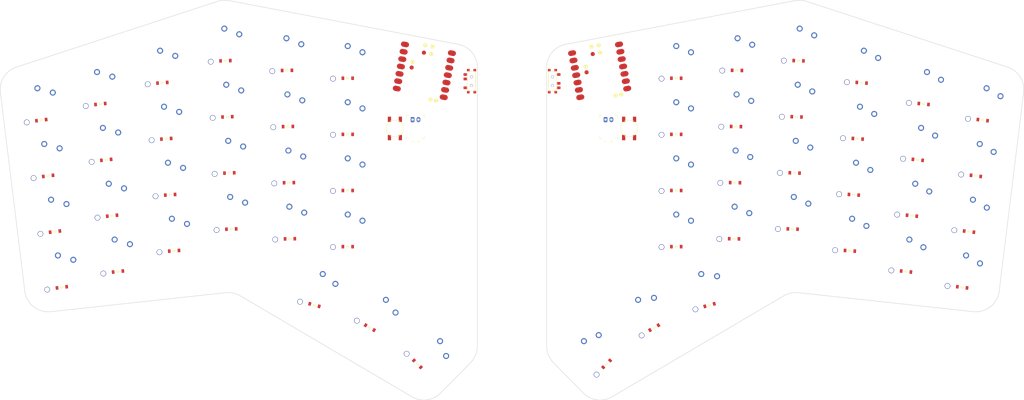
<source format=kicad_pcb>


(kicad_pcb (version 20171130) (host pcbnew 5.1.6)

  (page A3)
  (title_block
    (title "biggie-splays_choc_v2_unrouted")
    (rev "v1.0.0")
    (company "Unknown")
  )

  (general
    (thickness 1.6)
  )

  (layers
    (0 F.Cu signal)
    (31 B.Cu signal)
    (32 B.Adhes user)
    (33 F.Adhes user)
    (34 B.Paste user)
    (35 F.Paste user)
    (36 B.SilkS user)
    (37 F.SilkS user)
    (38 B.Mask user)
    (39 F.Mask user)
    (40 Dwgs.User user)
    (41 Cmts.User user)
    (42 Eco1.User user)
    (43 Eco2.User user)
    (44 Edge.Cuts user)
    (45 Margin user)
    (46 B.CrtYd user)
    (47 F.CrtYd user)
    (48 B.Fab user)
    (49 F.Fab user)
  )

  (setup
    (last_trace_width 0.25)
    (trace_clearance 0.2)
    (zone_clearance 0.508)
    (zone_45_only no)
    (trace_min 0.2)
    (via_size 0.8)
    (via_drill 0.4)
    (via_min_size 0.4)
    (via_min_drill 0.3)
    (uvia_size 0.3)
    (uvia_drill 0.1)
    (uvias_allowed no)
    (uvia_min_size 0.2)
    (uvia_min_drill 0.1)
    (edge_width 0.05)
    (segment_width 0.2)
    (pcb_text_width 0.3)
    (pcb_text_size 1.5 1.5)
    (mod_edge_width 0.12)
    (mod_text_size 1 1)
    (mod_text_width 0.15)
    (pad_size 1.524 1.524)
    (pad_drill 0.762)
    (pad_to_mask_clearance 0.05)
    (aux_axis_origin 0 0)
    (visible_elements FFFFFF7F)
    (pcbplotparams
      (layerselection 0x010fc_ffffffff)
      (usegerberextensions false)
      (usegerberattributes true)
      (usegerberadvancedattributes true)
      (creategerberjobfile true)
      (excludeedgelayer true)
      (linewidth 0.100000)
      (plotframeref false)
      (viasonmask false)
      (mode 1)
      (useauxorigin false)
      (hpglpennumber 1)
      (hpglpenspeed 20)
      (hpglpendiameter 15.000000)
      (psnegative false)
      (psa4output false)
      (plotreference true)
      (plotvalue true)
      (plotinvisibletext false)
      (padsonsilk false)
      (subtractmaskfromsilk false)
      (outputformat 1)
      (mirror false)
      (drillshape 1)
      (scaleselection 1)
      (outputdirectory ""))
  )

  (net 0 "")
(net 1 "D5")
(net 2 "stretch_bottom")
(net 3 "GND")
(net 4 "D1")
(net 5 "D2")
(net 6 "stretch_home")
(net 7 "stretch_high")
(net 8 "stretch_num")
(net 9 "D3")
(net 10 "pinky_bottom")
(net 11 "pinky_home")
(net 12 "pinky_high")
(net 13 "pinky_num")
(net 14 "ring_bottom")
(net 15 "ring_home")
(net 16 "ring_high")
(net 17 "ring_num")
(net 18 "D7")
(net 19 "middle_bottom")
(net 20 "middle_home")
(net 21 "middle_high")
(net 22 "middle_num")
(net 23 "D8")
(net 24 "index_bottom")
(net 25 "index_home")
(net 26 "index_high")
(net 27 "index_num")
(net 28 "D10")
(net 29 "inner_bottom")
(net 30 "inner_home")
(net 31 "inner_high")
(net 32 "inner_num")
(net 33 "near_fan")
(net 34 "mid_fan")
(net 35 "far_fan")
(net 36 "mirror_stretch_bottom")
(net 37 "mirror_stretch_home")
(net 38 "mirror_stretch_high")
(net 39 "mirror_stretch_num")
(net 40 "mirror_pinky_bottom")
(net 41 "mirror_pinky_home")
(net 42 "mirror_pinky_high")
(net 43 "mirror_pinky_num")
(net 44 "D9")
(net 45 "mirror_ring_bottom")
(net 46 "mirror_ring_home")
(net 47 "mirror_ring_high")
(net 48 "mirror_ring_num")
(net 49 "mirror_middle_bottom")
(net 50 "mirror_middle_home")
(net 51 "mirror_middle_high")
(net 52 "mirror_middle_num")
(net 53 "mirror_index_bottom")
(net 54 "mirror_index_home")
(net 55 "mirror_index_high")
(net 56 "mirror_index_num")
(net 57 "D0")
(net 58 "mirror_inner_bottom")
(net 59 "mirror_inner_home")
(net 60 "mirror_inner_high")
(net 61 "mirror_inner_num")
(net 62 "mirror_near_fan")
(net 63 "mirror_mid_fan")
(net 64 "mirror_far_fan")
(net 65 "D6")
(net 66 "D4")
(net 67 "RAW3V3")
(net 68 "RAW5V")
(net 69 "CLK")
(net 70 "DIO")
(net 71 "RST")
(net 72 "BAT")
(net 73 "NFC1")
(net 74 "NFC2")
(net 75 "BATCON")
(net 76 "JST1_1")
(net 77 "JST1_2")
(net 78 "JST2_1")
(net 79 "JST2_2")

  (net_class Default "This is the default net class."
    (clearance 0.2)
    (trace_width 0.25)
    (via_dia 0.8)
    (via_drill 0.4)
    (uvia_dia 0.3)
    (uvia_drill 0.1)
    (add_net "")
(add_net "D5")
(add_net "stretch_bottom")
(add_net "GND")
(add_net "D1")
(add_net "D2")
(add_net "stretch_home")
(add_net "stretch_high")
(add_net "stretch_num")
(add_net "D3")
(add_net "pinky_bottom")
(add_net "pinky_home")
(add_net "pinky_high")
(add_net "pinky_num")
(add_net "ring_bottom")
(add_net "ring_home")
(add_net "ring_high")
(add_net "ring_num")
(add_net "D7")
(add_net "middle_bottom")
(add_net "middle_home")
(add_net "middle_high")
(add_net "middle_num")
(add_net "D8")
(add_net "index_bottom")
(add_net "index_home")
(add_net "index_high")
(add_net "index_num")
(add_net "D10")
(add_net "inner_bottom")
(add_net "inner_home")
(add_net "inner_high")
(add_net "inner_num")
(add_net "near_fan")
(add_net "mid_fan")
(add_net "far_fan")
(add_net "mirror_stretch_bottom")
(add_net "mirror_stretch_home")
(add_net "mirror_stretch_high")
(add_net "mirror_stretch_num")
(add_net "mirror_pinky_bottom")
(add_net "mirror_pinky_home")
(add_net "mirror_pinky_high")
(add_net "mirror_pinky_num")
(add_net "D9")
(add_net "mirror_ring_bottom")
(add_net "mirror_ring_home")
(add_net "mirror_ring_high")
(add_net "mirror_ring_num")
(add_net "mirror_middle_bottom")
(add_net "mirror_middle_home")
(add_net "mirror_middle_high")
(add_net "mirror_middle_num")
(add_net "mirror_index_bottom")
(add_net "mirror_index_home")
(add_net "mirror_index_high")
(add_net "mirror_index_num")
(add_net "D0")
(add_net "mirror_inner_bottom")
(add_net "mirror_inner_home")
(add_net "mirror_inner_high")
(add_net "mirror_inner_num")
(add_net "mirror_near_fan")
(add_net "mirror_mid_fan")
(add_net "mirror_far_fan")
(add_net "D6")
(add_net "D4")
(add_net "RAW3V3")
(add_net "RAW5V")
(add_net "CLK")
(add_net "DIO")
(add_net "RST")
(add_net "BAT")
(add_net "NFC1")
(add_net "NFC2")
(add_net "BATCON")
(add_net "JST1_1")
(add_net "JST1_2")
(add_net "JST2_1")
(add_net "JST2_2")
  )

  
  (footprint "ceoloide:switch_choc_v1_v2" (layer "B.Cu") (at 79.051864 151.4952237 7))
    

  (footprint "ceoloide:switch_choc_v1_v2" (layer "B.Cu") (at 76.7302531 132.5872195 7))
    

  (footprint "ceoloide:switch_choc_v1_v2" (layer "B.Cu") (at 74.4086421 113.6792153 7))
    

  (footprint "ceoloide:switch_choc_v1_v2" (layer "B.Cu") (at 72.0870311 94.7712111 7))
    

  (footprint "ceoloide:switch_choc_v1_v2" (layer "B.Cu") (at 98.1897879 146.1228526 6))
    

  (footprint "ceoloide:switch_choc_v1_v2" (layer "B.Cu") (at 96.1985206 127.1772105 6))
    

  (footprint "ceoloide:switch_choc_v1_v2" (layer "B.Cu") (at 94.2072534 108.2315684 6))
    

  (footprint "ceoloide:switch_choc_v1_v2" (layer "B.Cu") (at 92.2159861 89.2859263 6))
    

  (footprint "ceoloide:switch_choc_v1_v2" (layer "B.Cu") (at 117.4084052 139.0753531 4))
    

  (footprint "ceoloide:switch_choc_v1_v2" (layer "B.Cu") (at 116.0795444 120.071758 4))
    

  (footprint "ceoloide:switch_choc_v1_v2" (layer "B.Cu") (at 114.7506836 101.0681629 4))
    

  (footprint "ceoloide:switch_choc_v1_v2" (layer "B.Cu") (at 113.4218229 82.0645678 4))
    

  (footprint "ceoloide:switch_choc_v1_v2" (layer "B.Cu") (at 136.9910256 131.6913515 2))
    

  (footprint "ceoloide:switch_choc_v1_v2" (layer "B.Cu") (at 136.3261902 112.6529563 2))
    

  (footprint "ceoloide:switch_choc_v1_v2" (layer "B.Cu") (at 135.6613548 93.614561 2))
    

  (footprint "ceoloide:switch_choc_v1_v2" (layer "B.Cu") (at 134.9965193 74.5761658 2))
    

  (footprint "ceoloide:switch_choc_v1_v2" (layer "B.Cu") (at 156.9685314 134.9961598 1))
    

  (footprint "ceoloide:switch_choc_v1_v2" (layer "B.Cu") (at 156.636063 115.9490613 1))
    

  (footprint "ceoloide:switch_choc_v1_v2" (layer "B.Cu") (at 156.3035947 96.9019627 1))
    

  (footprint "ceoloide:switch_choc_v1_v2" (layer "B.Cu") (at 155.9711263 77.8548641 1))
    

  (footprint "ceoloide:switch_choc_v1_v2" (layer "B.Cu") (at 176.6678959 137.6527632 0))
    

  (footprint "ceoloide:switch_choc_v1_v2" (layer "B.Cu") (at 176.6678959 118.6027631 0))
    

  (footprint "ceoloide:switch_choc_v1_v2" (layer "B.Cu") (at 176.6678959 99.5527631 0))
    

  (footprint "ceoloide:switch_choc_v1_v2" (layer "B.Cu") (at 176.6678959 80.5027631 0))
    

  (footprint "ceoloide:switch_choc_v1_v2" (layer "B.Cu") (at 166.6678959 157.6527632 -15))
    

  (footprint "ceoloide:switch_choc_v1_v2" (layer "B.Cu") (at 186.666859 165.8153168 -30))
    

  (footprint "ceoloide:switch_choc_v1_v2" (layer "B.Cu") (at 203.8293085 178.896491 -45))
    

  (footprint "ceoloide:switch_choc_v1_v2" (layer "B.Cu") (at 385.756753 151.4952237 -7))
    

  (footprint "ceoloide:switch_choc_v1_v2" (layer "B.Cu") (at 388.0783639 132.5872195 -7))
    

  (footprint "ceoloide:switch_choc_v1_v2" (layer "B.Cu") (at 390.3999749 113.6792153 -7))
    

  (footprint "ceoloide:switch_choc_v1_v2" (layer "B.Cu") (at 392.72158590000004 94.7712111 -7))
    

  (footprint "ceoloide:switch_choc_v1_v2" (layer "B.Cu") (at 366.6188291 146.1228526 -6))
    

  (footprint "ceoloide:switch_choc_v1_v2" (layer "B.Cu") (at 368.61009640000003 127.1772105 -6))
    

  (footprint "ceoloide:switch_choc_v1_v2" (layer "B.Cu") (at 370.6013636 108.2315684 -6))
    

  (footprint "ceoloide:switch_choc_v1_v2" (layer "B.Cu") (at 372.5926309 89.2859263 -6))
    

  (footprint "ceoloide:switch_choc_v1_v2" (layer "B.Cu") (at 347.4002118 139.0753531 -4))
    

  (footprint "ceoloide:switch_choc_v1_v2" (layer "B.Cu") (at 348.7290726 120.071758 -4))
    

  (footprint "ceoloide:switch_choc_v1_v2" (layer "B.Cu") (at 350.0579334 101.0681629 -4))
    

  (footprint "ceoloide:switch_choc_v1_v2" (layer "B.Cu") (at 351.38679410000003 82.0645678 -4))
    

  (footprint "ceoloide:switch_choc_v1_v2" (layer "B.Cu") (at 327.8175914 131.6913515 -2))
    

  (footprint "ceoloide:switch_choc_v1_v2" (layer "B.Cu") (at 328.4824268 112.6529563 -2))
    

  (footprint "ceoloide:switch_choc_v1_v2" (layer "B.Cu") (at 329.1472622 93.614561 -2))
    

  (footprint "ceoloide:switch_choc_v1_v2" (layer "B.Cu") (at 329.81209770000004 74.5761658 -2))
    

  (footprint "ceoloide:switch_choc_v1_v2" (layer "B.Cu") (at 307.84008560000007 134.9961598 -1))
    

  (footprint "ceoloide:switch_choc_v1_v2" (layer "B.Cu") (at 308.172554 115.9490613 -1))
    

  (footprint "ceoloide:switch_choc_v1_v2" (layer "B.Cu") (at 308.50502230000006 96.9019627 -1))
    

  (footprint "ceoloide:switch_choc_v1_v2" (layer "B.Cu") (at 308.8374907 77.8548641 -1))
    

  (footprint "ceoloide:switch_choc_v1_v2" (layer "B.Cu") (at 288.14072110000006 137.6527632 0))
    

  (footprint "ceoloide:switch_choc_v1_v2" (layer "B.Cu") (at 288.14072110000006 118.6027631 0))
    

  (footprint "ceoloide:switch_choc_v1_v2" (layer "B.Cu") (at 288.14072110000006 99.5527631 0))
    

  (footprint "ceoloide:switch_choc_v1_v2" (layer "B.Cu") (at 288.14072110000006 80.5027631 0))
    

  (footprint "ceoloide:switch_choc_v1_v2" (layer "B.Cu") (at 298.14072110000006 157.6527632 15))
    

  (footprint "ceoloide:switch_choc_v1_v2" (layer "B.Cu") (at 278.14175800000004 165.8153168 30))
    

  (footprint "ceoloide:switch_choc_v1_v2" (layer "B.Cu") (at 260.9793085 178.896491 45))
    

    (footprint "ceoloide:diode_tht_sod123" (layer "F.Cu") (at 79.6612107 156.4579545 7))
        

    (footprint "ceoloide:diode_tht_sod123" (layer "F.Cu") (at 77.3395998 137.5499503 7))
        

    (footprint "ceoloide:diode_tht_sod123" (layer "F.Cu") (at 75.0179888 118.6419461 7))
        

    (footprint "ceoloide:diode_tht_sod123" (layer "F.Cu") (at 72.69637780000001 99.7339419 7))
        

    (footprint "ceoloide:diode_tht_sod123" (layer "F.Cu") (at 98.7124302 151.0954621 6))
        

    (footprint "ceoloide:diode_tht_sod123" (layer "F.Cu") (at 96.7211629 132.14982 6))
        

    (footprint "ceoloide:diode_tht_sod123" (layer "F.Cu") (at 94.7298957 113.2041779 6))
        

    (footprint "ceoloide:diode_tht_sod123" (layer "F.Cu") (at 92.7386284 94.2585358 6))
        

    (footprint "ceoloide:diode_tht_sod123" (layer "F.Cu") (at 117.75718760000001 144.0631734 4))
        

    (footprint "ceoloide:diode_tht_sod123" (layer "F.Cu") (at 116.42832680000001 125.0595783 4))
        

    (footprint "ceoloide:diode_tht_sod123" (layer "F.Cu") (at 115.099466 106.0559832 4))
        

    (footprint "ceoloide:diode_tht_sod123" (layer "F.Cu") (at 113.7706053 87.0523881 4))
        

    (footprint "ceoloide:diode_tht_sod123" (layer "F.Cu") (at 137.1655231 136.6883056 2))
        

    (footprint "ceoloide:diode_tht_sod123" (layer "F.Cu") (at 136.50068770000001 117.6499104 2))
        

    (footprint "ceoloide:diode_tht_sod123" (layer "F.Cu") (at 135.8358523 98.61151509999999 2))
        

    (footprint "ceoloide:diode_tht_sod123" (layer "F.Cu") (at 135.1710168 79.5731199 2))
        

    (footprint "ceoloide:diode_tht_sod123" (layer "F.Cu") (at 157.0557934 139.99539829999998 1))
        

    (footprint "ceoloide:diode_tht_sod123" (layer "F.Cu") (at 156.72332500000002 120.9482998 1))
        

    (footprint "ceoloide:diode_tht_sod123" (layer "F.Cu") (at 156.3908567 101.9012012 1))
        

    (footprint "ceoloide:diode_tht_sod123" (layer "F.Cu") (at 156.05838830000002 82.8541026 1))
        

    (footprint "ceoloide:diode_tht_sod123" (layer "F.Cu") (at 176.6678959 142.6527632 0))
        

    (footprint "ceoloide:diode_tht_sod123" (layer "F.Cu") (at 176.6678959 123.6027631 0))
        

    (footprint "ceoloide:diode_tht_sod123" (layer "F.Cu") (at 176.6678959 104.5527631 0))
        

    (footprint "ceoloide:diode_tht_sod123" (layer "F.Cu") (at 176.6678959 85.5027631 0))
        

    (footprint "ceoloide:diode_tht_sod123" (layer "F.Cu") (at 165.3738007 162.48239230000001 -15))
        

    (footprint "ceoloide:diode_tht_sod123" (layer "F.Cu") (at 184.166859 170.1454438 -30))
        

    (footprint "ceoloide:diode_tht_sod123" (layer "F.Cu") (at 200.2937746 182.4320249 -45))
        

    (footprint "ceoloide:diode_tht_sod123" (layer "F.Cu") (at 385.1474063 156.4579545 -7))
        

    (footprint "ceoloide:diode_tht_sod123" (layer "F.Cu") (at 387.4690172 137.5499503 -7))
        

    (footprint "ceoloide:diode_tht_sod123" (layer "F.Cu") (at 389.7906282 118.6419461 -7))
        

    (footprint "ceoloide:diode_tht_sod123" (layer "F.Cu") (at 392.11223920000003 99.7339419 -7))
        

    (footprint "ceoloide:diode_tht_sod123" (layer "F.Cu") (at 366.09618680000005 151.0954621 -6))
        

    (footprint "ceoloide:diode_tht_sod123" (layer "F.Cu") (at 368.08745410000006 132.14982 -6))
        

    (footprint "ceoloide:diode_tht_sod123" (layer "F.Cu") (at 370.07872130000004 113.2041779 -6))
        

    (footprint "ceoloide:diode_tht_sod123" (layer "F.Cu") (at 372.06998860000004 94.2585358 -6))
        

    (footprint "ceoloide:diode_tht_sod123" (layer "F.Cu") (at 347.0514294 144.0631734 -4))
        

    (footprint "ceoloide:diode_tht_sod123" (layer "F.Cu") (at 348.3802902 125.0595783 -4))
        

    (footprint "ceoloide:diode_tht_sod123" (layer "F.Cu") (at 349.709151 106.0559832 -4))
        

    (footprint "ceoloide:diode_tht_sod123" (layer "F.Cu") (at 351.0380117 87.0523881 -4))
        

    (footprint "ceoloide:diode_tht_sod123" (layer "F.Cu") (at 327.64309390000005 136.6883056 -2))
        

    (footprint "ceoloide:diode_tht_sod123" (layer "F.Cu") (at 328.3079293 117.6499104 -2))
        

    (footprint "ceoloide:diode_tht_sod123" (layer "F.Cu") (at 328.9727647 98.61151509999999 -2))
        

    (footprint "ceoloide:diode_tht_sod123" (layer "F.Cu") (at 329.63760020000007 79.5731199 -2))
        

    (footprint "ceoloide:diode_tht_sod123" (layer "F.Cu") (at 307.75282360000006 139.99539829999998 -1))
        

    (footprint "ceoloide:diode_tht_sod123" (layer "F.Cu") (at 308.085292 120.9482998 -1))
        

    (footprint "ceoloide:diode_tht_sod123" (layer "F.Cu") (at 308.41776030000005 101.9012012 -1))
        

    (footprint "ceoloide:diode_tht_sod123" (layer "F.Cu") (at 308.7502287 82.8541026 -1))
        

    (footprint "ceoloide:diode_tht_sod123" (layer "F.Cu") (at 288.14072110000006 142.6527632 0))
        

    (footprint "ceoloide:diode_tht_sod123" (layer "F.Cu") (at 288.14072110000006 123.6027631 0))
        

    (footprint "ceoloide:diode_tht_sod123" (layer "F.Cu") (at 288.14072110000006 104.5527631 0))
        

    (footprint "ceoloide:diode_tht_sod123" (layer "F.Cu") (at 288.14072110000006 85.5027631 0))
        

    (footprint "ceoloide:diode_tht_sod123" (layer "F.Cu") (at 299.4348163000001 162.48239230000001 15))
        

    (footprint "ceoloide:diode_tht_sod123" (layer "F.Cu") (at 280.64175800000004 170.1454438 30))
        

    (footprint "ceoloide:diode_tht_sod123" (layer "F.Cu") (at 264.5148424 182.4320249 45))
        

(footprint "xiao_smd" (layer "F.Cu") (at 202.6678959 83.0027631 -10.5))
    

    
    (module E73:SW_TACT_ALPS_SKQGABE010 (layer F.Cu) (tstamp 5BF2CC94)

        (descr "Low-profile SMD Tactile Switch, https://www.e-switch.com/product-catalog/tact/product-lines/tl3342-series-low-profile-smt-tact-switch")
        (tags "SPST Tactile Switch")

        (at 192.6678959 102.5527631 -90)
        
        (fp_text reference "B1" (at 0 0) (layer F.SilkS) hide (effects (font (size 1.27 1.27) (thickness 0.15))))
        (fp_text value "" (at 0 0) (layer F.SilkS) hide (effects (font (size 1.27 1.27) (thickness 0.15))))
        
        
        (fp_line (start 2.75 1.25) (end 1.25 2.75) (layer F.SilkS) (width 0.15))
        (fp_line (start 2.75 -1.25) (end 1.25 -2.75) (layer F.SilkS) (width 0.15))
        (fp_line (start 2.75 -1.25) (end 2.75 1.25) (layer F.SilkS) (width 0.15))
        (fp_line (start -1.25 2.75) (end 1.25 2.75) (layer F.SilkS) (width 0.15))
        (fp_line (start -1.25 -2.75) (end 1.25 -2.75) (layer F.SilkS) (width 0.15))
        (fp_line (start -2.75 1.25) (end -1.25 2.75) (layer F.SilkS) (width 0.15))
        (fp_line (start -2.75 -1.25) (end -1.25 -2.75) (layer F.SilkS) (width 0.15))
        (fp_line (start -2.75 -1.25) (end -2.75 1.25) (layer F.SilkS) (width 0.15))
        
        
        (pad 1 smd rect (at -3.1 -1.85 -90) (size 1.8 1.1) (layers F.Cu F.Paste F.Mask) (net 3 "GND"))
        (pad 1 smd rect (at 3.1 -1.85 -90) (size 1.8 1.1) (layers F.Cu F.Paste F.Mask) (net 3 "GND"))
        (pad 2 smd rect (at -3.1 1.85 -90) (size 1.8 1.1) (layers F.Cu F.Paste F.Mask) (net 71 "RST"))
        (pad 2 smd rect (at 3.1 1.85 -90) (size 1.8 1.1) (layers F.Cu F.Paste F.Mask) (net 71 "RST"))
    )
    
    

        
        (module E73:SPDT_C128955 (layer F.Cu) (tstamp 5BF2CC3C)

            (at 218.6678959 86.5027631 -90)

            
            (fp_text reference "T1" (at 0 0) (layer F.SilkS) hide (effects (font (size 1.27 1.27) (thickness 0.15))))
            (fp_text value "" (at 0 0) (layer F.SilkS) hide (effects (font (size 1.27 1.27) (thickness 0.15))))
            
            
            (fp_line (start 1.95 -1.35) (end -1.95 -1.35) (layer F.SilkS) (width 0.15))
            (fp_line (start 0 -1.35) (end -3.3 -1.35) (layer F.SilkS) (width 0.15))
            (fp_line (start -3.3 -1.35) (end -3.3 1.5) (layer F.SilkS) (width 0.15))
            (fp_line (start -3.3 1.5) (end 3.3 1.5) (layer F.SilkS) (width 0.15))
            (fp_line (start 3.3 1.5) (end 3.3 -1.35) (layer F.SilkS) (width 0.15))
            (fp_line (start 0 -1.35) (end 3.3 -1.35) (layer F.SilkS) (width 0.15))
            
            
            (fp_line (start -1.95 -3.85) (end 1.95 -3.85) (layer Dwgs.User) (width 0.15))
            (fp_line (start 1.95 -3.85) (end 1.95 -1.35) (layer Dwgs.User) (width 0.15))
            (fp_line (start -1.95 -1.35) (end -1.95 -3.85) (layer Dwgs.User) (width 0.15))
            
            
            (pad "" np_thru_hole circle (at 1.5 0) (size 1 1) (drill 0.9) (layers *.Cu *.Mask))
            (pad "" np_thru_hole circle (at -1.5 0) (size 1 1) (drill 0.9) (layers *.Cu *.Mask))

            
            (pad 1 smd rect (at 2.25 2.075 -90) (size 0.9 1.25) (layers F.Cu F.Paste F.Mask) (net 75 "BATCON"))
            (pad 2 smd rect (at -0.75 2.075 -90) (size 0.9 1.25) (layers F.Cu F.Paste F.Mask) (net 72 "BAT"))
            (pad 3 smd rect (at -2.25 2.075 -90) (size 0.9 1.25) (layers F.Cu F.Paste F.Mask))
            
            
            (pad "" smd rect (at 3.7 -1.1 -90) (size 0.9 0.9) (layers F.Cu F.Paste F.Mask))
            (pad "" smd rect (at 3.7 1.1 -90) (size 0.9 0.9) (layers F.Cu F.Paste F.Mask))
            (pad "" smd rect (at -3.7 1.1 -90) (size 0.9 0.9) (layers F.Cu F.Paste F.Mask))
            (pad "" smd rect (at -3.7 -1.1 -90) (size 0.9 0.9) (layers F.Cu F.Paste F.Mask))
        )
        
        

    (footprint "ceoloide:battery_connector_jst_ph_2" (layer "F.Cu") (at 199.6678959 99.5527631 0))
        

(footprint "xiao_smd" (layer "F.Cu") (at 262.14072110000006 83.0027631 10.5))
    

    
    (module E73:SW_TACT_ALPS_SKQGABE010 (layer F.Cu) (tstamp 5BF2CC94)

        (descr "Low-profile SMD Tactile Switch, https://www.e-switch.com/product-catalog/tact/product-lines/tl3342-series-low-profile-smt-tact-switch")
        (tags "SPST Tactile Switch")

        (at 272.14072110000006 102.5527631 90)
        
        (fp_text reference "B2" (at 0 0) (layer F.SilkS) hide (effects (font (size 1.27 1.27) (thickness 0.15))))
        (fp_text value "" (at 0 0) (layer F.SilkS) hide (effects (font (size 1.27 1.27) (thickness 0.15))))
        
        
        (fp_line (start 2.75 1.25) (end 1.25 2.75) (layer F.SilkS) (width 0.15))
        (fp_line (start 2.75 -1.25) (end 1.25 -2.75) (layer F.SilkS) (width 0.15))
        (fp_line (start 2.75 -1.25) (end 2.75 1.25) (layer F.SilkS) (width 0.15))
        (fp_line (start -1.25 2.75) (end 1.25 2.75) (layer F.SilkS) (width 0.15))
        (fp_line (start -1.25 -2.75) (end 1.25 -2.75) (layer F.SilkS) (width 0.15))
        (fp_line (start -2.75 1.25) (end -1.25 2.75) (layer F.SilkS) (width 0.15))
        (fp_line (start -2.75 -1.25) (end -1.25 -2.75) (layer F.SilkS) (width 0.15))
        (fp_line (start -2.75 -1.25) (end -2.75 1.25) (layer F.SilkS) (width 0.15))
        
        
        (pad 1 smd rect (at -3.1 -1.85 90) (size 1.8 1.1) (layers F.Cu F.Paste F.Mask) (net 71 "RST"))
        (pad 1 smd rect (at 3.1 -1.85 90) (size 1.8 1.1) (layers F.Cu F.Paste F.Mask) (net 71 "RST"))
        (pad 2 smd rect (at -3.1 1.85 90) (size 1.8 1.1) (layers F.Cu F.Paste F.Mask) (net 3 "GND"))
        (pad 2 smd rect (at 3.1 1.85 90) (size 1.8 1.1) (layers F.Cu F.Paste F.Mask) (net 3 "GND"))
    )
    
    

        
        (module E73:SPDT_C128955 (layer F.Cu) (tstamp 5BF2CC3C)

            (at 246.14072110000006 86.5027631 90)

            
            (fp_text reference "T2" (at 0 0) (layer F.SilkS) hide (effects (font (size 1.27 1.27) (thickness 0.15))))
            (fp_text value "" (at 0 0) (layer F.SilkS) hide (effects (font (size 1.27 1.27) (thickness 0.15))))
            
            
            (fp_line (start 1.95 -1.35) (end -1.95 -1.35) (layer F.SilkS) (width 0.15))
            (fp_line (start 0 -1.35) (end -3.3 -1.35) (layer F.SilkS) (width 0.15))
            (fp_line (start -3.3 -1.35) (end -3.3 1.5) (layer F.SilkS) (width 0.15))
            (fp_line (start -3.3 1.5) (end 3.3 1.5) (layer F.SilkS) (width 0.15))
            (fp_line (start 3.3 1.5) (end 3.3 -1.35) (layer F.SilkS) (width 0.15))
            (fp_line (start 0 -1.35) (end 3.3 -1.35) (layer F.SilkS) (width 0.15))
            
            
            (fp_line (start -1.95 -3.85) (end 1.95 -3.85) (layer Dwgs.User) (width 0.15))
            (fp_line (start 1.95 -3.85) (end 1.95 -1.35) (layer Dwgs.User) (width 0.15))
            (fp_line (start -1.95 -1.35) (end -1.95 -3.85) (layer Dwgs.User) (width 0.15))
            
            
            (pad "" np_thru_hole circle (at 1.5 0) (size 1 1) (drill 0.9) (layers *.Cu *.Mask))
            (pad "" np_thru_hole circle (at -1.5 0) (size 1 1) (drill 0.9) (layers *.Cu *.Mask))

            
            (pad 1 smd rect (at 2.25 2.075 90) (size 0.9 1.25) (layers F.Cu F.Paste F.Mask) (net 72 "BAT"))
            (pad 2 smd rect (at -0.75 2.075 90) (size 0.9 1.25) (layers F.Cu F.Paste F.Mask) (net 75 "BATCON"))
            (pad 3 smd rect (at -2.25 2.075 90) (size 0.9 1.25) (layers F.Cu F.Paste F.Mask))
            
            
            (pad "" smd rect (at 3.7 -1.1 90) (size 0.9 0.9) (layers F.Cu F.Paste F.Mask))
            (pad "" smd rect (at 3.7 1.1 90) (size 0.9 0.9) (layers F.Cu F.Paste F.Mask))
            (pad "" smd rect (at -3.7 1.1 90) (size 0.9 0.9) (layers F.Cu F.Paste F.Mask))
            (pad "" smd rect (at -3.7 -1.1 90) (size 0.9 0.9) (layers F.Cu F.Paste F.Mask))
        )
        
        

    (footprint "ceoloide:battery_connector_jst_ph_2" (layer "F.Cu") (at 265.14072110000006 99.5527631 0))
        
  (gr_line (start 218.36901360077934 181.98805084914216) (end 208.20710320487677 192.31088636241992) (angle 90) (layer Edge.Cuts) (width 0.15))
(gr_line (start 198.45031269639435 193.59440547630916) (end 140.19364792183998 159.33132814576908) (angle 90) (layer Edge.Cuts) (width 0.15))
(gr_line (start 135.27466871064328 158.27380652668165) (end 75.89753873133182 164.7190290418894) (angle 90) (layer Edge.Cuts) (width 0.15))
(gr_line (start 67.093863085609 157.74070096577555) (end 58.81428469886682 90.30894566653609) (angle 90) (layer Edge.Cuts) (width 0.15))
(gr_line (start 64.26978755074376 81.72968733998947) (end 132.48656934982927 59.43841910602659) (angle 90) (layer Edge.Cuts) (width 0.15))
(gr_line (start 136.46997499889105 59.18432756862826) (end 214.1664351587094 74.00048148301079) (angle 90) (layer Edge.Cuts) (width 0.15))
(gr_line (start 220.6678959 81.85887699088461) (end 220.6678959 176.3758091499339) (angle 90) (layer Edge.Cuts) (width 0.15))
(gr_arc (start 202.5059855040974 186.69864466321164) (end 198.4503127040974 193.59440556321164) (angle -75.91158617481352) (layer Edge.Cuts) (width 0.15))
(gr_arc (start 136.1379751141369 166.2270889588666) (end 140.1936479141369 159.3313280588666) (angle -36.6565290922328) (layer Edge.Cuts) (width 0.15))
(gr_arc (start 75.03423232783818 156.76574660970445) (end 67.09386302783818 157.74070100970445) (angle -89.19504324620908) (layer Edge.Cuts) (width 0.15))
(gr_arc (start 66.75465394109597 89.33399131046485) (end 64.26978754109597 81.72968731046485) (angle -78.90410395739956) (layer Edge.Cuts) (width 0.15))
(gr_arc (start 134.97143574018162 67.04272307650209) (end 136.46997504018162 59.184327576502085) (angle -28.89216562859754) (layer Edge.Cuts) (width 0.15))
(gr_arc (start 212.6678959 81.85887699088461) (end 220.6678959 81.85887699088461) (angle -79.20372760793984) (layer Edge.Cuts) (width 0.15))
(gr_arc (start 212.6678959 176.3758091499339) (end 218.3690136 181.9880508499339) (angle -44.54990247727511) (layer Edge.Cuts) (width 0.15))
(gr_line (start 246.43960339922066 181.98805084914213) (end 256.6015137951232 192.3108863624199) (angle 90) (layer Edge.Cuts) (width 0.15))
(gr_line (start 266.3583043036058 193.59440547630905) (end 324.6149690781599 159.33132814576916) (angle 90) (layer Edge.Cuts) (width 0.15))
(gr_line (start 329.53394828935683 158.27380652668168) (end 388.9110782686682 164.71902904188943) (angle 90) (layer Edge.Cuts) (width 0.15))
(gr_line (start 397.71475391439094 157.7407009657759) (end 405.9943323011331 90.3089456665366) (angle 90) (layer Edge.Cuts) (width 0.15))
(gr_line (start 400.53882944925635 81.72968733998948) (end 332.3220476501707 59.438419106026586) (angle 90) (layer Edge.Cuts) (width 0.15))
(gr_line (start 328.3386420011091 59.18432756862825) (end 250.6421818412907 74.00048148301077) (angle 90) (layer Edge.Cuts) (width 0.15))
(gr_line (start 244.14072110000006 81.8588769908846) (end 244.14072110000006 176.37580914993387) (angle 90) (layer Edge.Cuts) (width 0.15))
(gr_arc (start 262.3026314959026 186.69864466321164) (end 256.6015137959026 192.31088636321164) (angle -75.91158617481514) (layer Edge.Cuts) (width 0.15))
(gr_arc (start 328.6706418858632 166.2270889588666) (end 329.5339482858632 158.2738064588666) (angle -36.656529092234564) (layer Edge.Cuts) (width 0.15))
(gr_arc (start 389.77438467216183 156.76574660970448) (end 388.91107827216183 164.71902910970448) (angle -89.19504324620698) (layer Edge.Cuts) (width 0.15))
(gr_arc (start 398.05396305890395 89.33399131046508) (end 405.99433235890393 90.30894571046508) (angle -78.90410395740065) (layer Edge.Cuts) (width 0.15))
(gr_arc (start 329.83718125981835 67.04272307650209) (end 332.32204765981834 59.438419076502086) (angle -28.892165628596103) (layer Edge.Cuts) (width 0.15))
(gr_arc (start 252.14072110000006 81.8588769908846) (end 250.64218180000006 74.0004814908846) (angle -79.20372760794005) (layer Edge.Cuts) (width 0.15))
(gr_arc (start 252.14072110000006 176.37580914993387) (end 244.14072110000006 176.37580914993387) (angle -44.54990247727483) (layer Edge.Cuts) (width 0.15))

)


</source>
